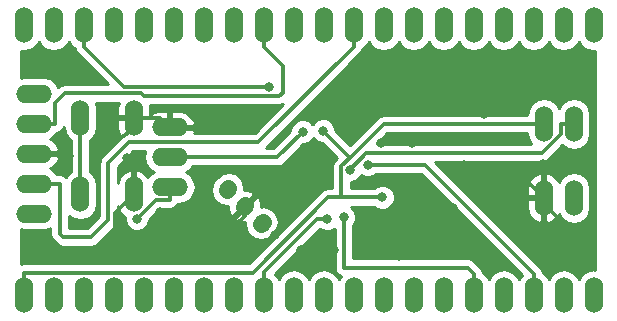
<source format=gbl>
G04 #@! TF.FileFunction,Copper,L2,Bot,Signal*
%FSLAX46Y46*%
G04 Gerber Fmt 4.6, Leading zero omitted, Abs format (unit mm)*
G04 Created by KiCad (PCBNEW 4.0.1-stable) date 2016/11/05 8:31:47*
%MOMM*%
G01*
G04 APERTURE LIST*
%ADD10C,0.100000*%
%ADD11C,1.400000*%
%ADD12O,1.524000X3.048000*%
%ADD13O,3.048000X1.524000*%
%ADD14C,0.800000*%
%ADD15C,0.300000*%
%ADD16C,0.254000*%
G04 APERTURE END LIST*
D10*
D11*
X140383238Y-130074660D02*
X140524660Y-129933238D01*
X141825736Y-131517158D02*
X141967158Y-131375736D01*
X143268233Y-132959655D02*
X143409655Y-132818233D01*
D12*
X123190000Y-139000000D03*
X125730000Y-139000000D03*
X128270000Y-139000000D03*
X130810000Y-139000000D03*
X133350000Y-139000000D03*
X135890000Y-139000000D03*
X138430000Y-139000000D03*
X140970000Y-139000000D03*
X143510000Y-139000000D03*
X146050000Y-139000000D03*
X148590000Y-139000000D03*
X151130000Y-139000000D03*
X153670000Y-139000000D03*
X156210000Y-139000000D03*
X158750000Y-139000000D03*
X161290000Y-139000000D03*
X163830000Y-139000000D03*
X166370000Y-139000000D03*
X168910000Y-139000000D03*
X171450000Y-139000000D03*
X123190000Y-116140000D03*
X125730000Y-116140000D03*
X128270000Y-116140000D03*
X130810000Y-116140000D03*
X133350000Y-116140000D03*
X135890000Y-116140000D03*
X138430000Y-116140000D03*
X140970000Y-116140000D03*
X143510000Y-116140000D03*
X146050000Y-116140000D03*
X148590000Y-116140000D03*
X151130000Y-116140000D03*
X153670000Y-116140000D03*
X156210000Y-116140000D03*
X158750000Y-116140000D03*
X161290000Y-116140000D03*
X163830000Y-116140000D03*
X166370000Y-116140000D03*
X168910000Y-116140000D03*
X171450000Y-116140000D03*
D13*
X135550000Y-129840000D03*
X135550000Y-127300000D03*
X135550000Y-124760000D03*
D12*
X167230000Y-124500000D03*
X169770000Y-124500000D03*
X167230000Y-130750000D03*
X169770000Y-130750000D03*
X127989400Y-130451200D03*
X127989400Y-123948800D03*
X132510600Y-130451200D03*
X132510600Y-123948800D03*
D13*
X124050000Y-121920000D03*
X124050000Y-124460000D03*
X124050000Y-127000000D03*
X124050000Y-129540000D03*
X124050000Y-132080000D03*
D14*
X170200000Y-134200000D03*
X161900000Y-134400000D03*
X162150000Y-123650000D03*
X170450000Y-121450000D03*
X161750000Y-125900000D03*
X143550000Y-129900000D03*
X137150000Y-135300000D03*
X137850000Y-128850000D03*
X134700000Y-131950000D03*
X124400000Y-134450000D03*
X132100000Y-135750000D03*
X134750000Y-135450000D03*
X139650000Y-135550000D03*
X131950000Y-127400000D03*
X154950000Y-135700000D03*
X156050000Y-126100000D03*
X153450000Y-126100000D03*
X150750000Y-124000000D03*
X147850000Y-127200000D03*
X127650000Y-120200000D03*
X151550000Y-135200000D03*
X149450000Y-135200000D03*
X144450000Y-133900000D03*
X146650000Y-135200000D03*
X139950000Y-123600000D03*
X126950000Y-135700000D03*
X127050000Y-127200000D03*
X129150000Y-127200000D03*
X160450000Y-128000000D03*
X157350000Y-134100000D03*
X159550000Y-131600000D03*
X167150000Y-127900000D03*
X153556200Y-130702400D03*
X148535400Y-125054200D03*
X150798700Y-128365700D03*
X132774700Y-132532200D03*
X146802100Y-125135200D03*
X148877600Y-132529200D03*
X150312800Y-132381100D03*
X152333200Y-127962300D03*
X143916800Y-121347900D03*
D15*
X167230000Y-130750000D02*
X167230000Y-131230000D01*
X167230000Y-131230000D02*
X170200000Y-134200000D01*
X162150000Y-123650000D02*
X162150000Y-123500000D01*
X164200000Y-121450000D02*
X170450000Y-121450000D01*
X162150000Y-123500000D02*
X164200000Y-121450000D01*
X141896447Y-131446447D02*
X142003553Y-131446447D01*
X142003553Y-131446447D02*
X143550000Y-129900000D01*
X137150000Y-135300000D02*
X137150000Y-133050000D01*
X137150000Y-134300000D02*
X137150000Y-135300000D01*
X137850000Y-132350000D02*
X137850000Y-128850000D01*
X137150000Y-133050000D02*
X137850000Y-132350000D01*
X134750000Y-135450000D02*
X134750000Y-132000000D01*
X134750000Y-132000000D02*
X134700000Y-131950000D01*
X126950000Y-135700000D02*
X125650000Y-135700000D01*
X125650000Y-135700000D02*
X124400000Y-134450000D01*
X132750000Y-134300000D02*
X132750000Y-135100000D01*
X132750000Y-135100000D02*
X132100000Y-135750000D01*
X134800000Y-134300000D02*
X134800000Y-135400000D01*
X134800000Y-135400000D02*
X134750000Y-135450000D01*
X139850000Y-134300000D02*
X139850000Y-135350000D01*
X139850000Y-135350000D02*
X139650000Y-135550000D01*
X132510600Y-127960600D02*
X132510600Y-130451200D01*
X131950000Y-127400000D02*
X132510600Y-127960600D01*
X154750000Y-135300000D02*
X154750000Y-135500000D01*
X154750000Y-135500000D02*
X154950000Y-135700000D01*
X156050000Y-126100000D02*
X153450000Y-126100000D01*
X146950000Y-135200000D02*
X146650000Y-135200000D01*
X151650000Y-135300000D02*
X151550000Y-135200000D01*
X149450000Y-135200000D02*
X146950000Y-135200000D01*
X154850000Y-135300000D02*
X154750000Y-135300000D01*
X154750000Y-135300000D02*
X151650000Y-135300000D01*
X141550000Y-136000000D02*
X139850000Y-134300000D01*
X142350000Y-136000000D02*
X141550000Y-136000000D01*
X144450000Y-133900000D02*
X142350000Y-136000000D01*
X157350000Y-134100000D02*
X156050000Y-134100000D01*
X154850000Y-135300000D02*
X154850000Y-135400000D01*
X156050000Y-134100000D02*
X154850000Y-135300000D01*
X135550000Y-124760000D02*
X138790000Y-124760000D01*
X138790000Y-124760000D02*
X139950000Y-123600000D01*
X132510600Y-123948800D02*
X134738800Y-123948800D01*
X134738800Y-123948800D02*
X135550000Y-124760000D01*
X130950000Y-134200000D02*
X130350000Y-134200000D01*
X128850000Y-135700000D02*
X126950000Y-135700000D01*
X130350000Y-134200000D02*
X128850000Y-135700000D01*
X124050000Y-127000000D02*
X125550000Y-127000000D01*
X125550000Y-127000000D02*
X127050000Y-127200000D01*
X129150000Y-127200000D02*
X132510600Y-124939400D01*
X132510600Y-124939400D02*
X132510600Y-123948800D01*
X141896447Y-131446447D02*
X141896447Y-132253553D01*
X141896447Y-132253553D02*
X139850000Y-134300000D01*
X130950000Y-132011800D02*
X132510600Y-130451200D01*
X130950000Y-134200000D02*
X130950000Y-132011800D01*
X130850000Y-134300000D02*
X130950000Y-134200000D01*
X139850000Y-134300000D02*
X137150000Y-134300000D01*
X137150000Y-134300000D02*
X134800000Y-134300000D01*
X134800000Y-134300000D02*
X132750000Y-134300000D01*
X132750000Y-134300000D02*
X130850000Y-134300000D01*
X166180000Y-129700000D02*
X167230000Y-130750000D01*
X162150000Y-129700000D02*
X166180000Y-129700000D01*
X160450000Y-128000000D02*
X162150000Y-129700000D01*
X157350000Y-133800000D02*
X157350000Y-134100000D01*
X159550000Y-131600000D02*
X157350000Y-133800000D01*
X167230000Y-130750000D02*
X167230000Y-127980000D01*
X167230000Y-127980000D02*
X167150000Y-127900000D01*
X127989400Y-123948800D02*
X127989400Y-125775500D01*
X127989400Y-130451200D02*
X127989400Y-128624500D01*
X127989400Y-125775500D02*
X127989400Y-128624500D01*
X123190000Y-139000000D02*
X123190000Y-137073300D01*
X150079400Y-130702400D02*
X153556200Y-130702400D01*
X148535400Y-125054200D02*
X150821100Y-127339800D01*
X150079400Y-128081500D02*
X150821100Y-127339800D01*
X150079400Y-130702400D02*
X150079400Y-128081500D01*
X153660900Y-124500000D02*
X167230000Y-124500000D01*
X150821100Y-127339800D02*
X153660900Y-124500000D01*
X148943000Y-130702400D02*
X150079400Y-130702400D01*
X142572100Y-137073300D02*
X148943000Y-130702400D01*
X123190000Y-137073300D02*
X142572100Y-137073300D01*
X152211100Y-126953300D02*
X150798700Y-128365700D01*
X167050500Y-126953300D02*
X152211100Y-126953300D01*
X168705300Y-125298500D02*
X167050500Y-126953300D01*
X168705300Y-124500000D02*
X168705300Y-125298500D01*
X169770000Y-124500000D02*
X168705300Y-124500000D01*
X127698000Y-121900000D02*
X126650000Y-121900000D01*
X133364300Y-122114300D02*
X133150000Y-121900000D01*
X133150000Y-121900000D02*
X127698000Y-121900000D01*
X124050000Y-124460000D02*
X125876700Y-124460000D01*
X125876700Y-124460000D02*
X125876700Y-123721300D01*
X133364300Y-122114300D02*
X133750000Y-122114300D01*
X125876700Y-122673300D02*
X125876700Y-123721300D01*
X126650000Y-121900000D02*
X125876700Y-122673300D01*
X143510000Y-116140000D02*
X143510000Y-117966700D01*
X145119500Y-119576200D02*
X143510000Y-117966700D01*
X145119500Y-121841800D02*
X145119500Y-119576200D01*
X144847000Y-122114300D02*
X145119500Y-121841800D01*
X133850000Y-122114300D02*
X133750000Y-122114300D01*
X133750000Y-122114300D02*
X144847000Y-122114300D01*
X143066700Y-126030000D02*
X151130000Y-117966700D01*
X132099800Y-126030000D02*
X143066700Y-126030000D01*
X130360000Y-127769800D02*
X132099800Y-126030000D01*
X130360000Y-132629600D02*
X130360000Y-127769800D01*
X128898100Y-134091500D02*
X130360000Y-132629600D01*
X126524200Y-134091500D02*
X128898100Y-134091500D01*
X126226700Y-133794000D02*
X126524200Y-134091500D01*
X126226700Y-129540000D02*
X126226700Y-133794000D01*
X124050000Y-129540000D02*
X126226700Y-129540000D01*
X151130000Y-116140000D02*
X151130000Y-117966700D01*
X134402200Y-130904700D02*
X132774700Y-132532200D01*
X135550000Y-130904700D02*
X134402200Y-130904700D01*
X135550000Y-129840000D02*
X135550000Y-130904700D01*
X144637300Y-127300000D02*
X135550000Y-127300000D01*
X146802100Y-125135200D02*
X144637300Y-127300000D01*
X148877600Y-132529200D02*
X148020800Y-132529200D01*
X143510000Y-137040000D02*
X143510000Y-139000000D01*
X148020800Y-132529200D02*
X143510000Y-137040000D01*
X143510000Y-139000000D02*
X143510000Y-137173300D01*
X150312800Y-136662800D02*
X160779500Y-136662800D01*
X161290000Y-139000000D02*
X161290000Y-137173300D01*
X150312800Y-132381100D02*
X150312800Y-136662800D01*
X160779500Y-136662800D02*
X161290000Y-137173300D01*
X166370000Y-139000000D02*
X166370000Y-137173300D01*
X157159000Y-127962300D02*
X152333200Y-127962300D01*
X166370000Y-137173300D02*
X157159000Y-127962300D01*
X128270000Y-116140000D02*
X128270000Y-117966700D01*
X131651200Y-121347900D02*
X143916800Y-121347900D01*
X128270000Y-117966700D02*
X131651200Y-121347900D01*
D16*
G36*
X149527800Y-136662800D02*
X149587555Y-136963206D01*
X149757721Y-137217879D01*
X150012394Y-137388045D01*
X150020684Y-137389694D01*
X149860000Y-137630174D01*
X149577828Y-137207875D01*
X149124609Y-136905043D01*
X148590000Y-136798703D01*
X148055391Y-136905043D01*
X147602172Y-137207875D01*
X147320000Y-137630174D01*
X147037828Y-137207875D01*
X146584609Y-136905043D01*
X146050000Y-136798703D01*
X145515391Y-136905043D01*
X145062172Y-137207875D01*
X144780000Y-137630174D01*
X144497828Y-137207875D01*
X144470526Y-137189632D01*
X148272312Y-133387845D01*
X148290554Y-133406119D01*
X148670823Y-133564020D01*
X149082571Y-133564379D01*
X149463115Y-133407142D01*
X149527800Y-133342570D01*
X149527800Y-136662800D01*
X149527800Y-136662800D01*
G37*
X149527800Y-136662800D02*
X149587555Y-136963206D01*
X149757721Y-137217879D01*
X150012394Y-137388045D01*
X150020684Y-137389694D01*
X149860000Y-137630174D01*
X149577828Y-137207875D01*
X149124609Y-136905043D01*
X148590000Y-136798703D01*
X148055391Y-136905043D01*
X147602172Y-137207875D01*
X147320000Y-137630174D01*
X147037828Y-137207875D01*
X146584609Y-136905043D01*
X146050000Y-136798703D01*
X145515391Y-136905043D01*
X145062172Y-137207875D01*
X144780000Y-137630174D01*
X144497828Y-137207875D01*
X144470526Y-137189632D01*
X148272312Y-133387845D01*
X148290554Y-133406119D01*
X148670823Y-133564020D01*
X149082571Y-133564379D01*
X149463115Y-133407142D01*
X149527800Y-133342570D01*
X149527800Y-136662800D01*
G36*
X165347022Y-137260480D02*
X165100000Y-137630174D01*
X164817828Y-137207875D01*
X164364609Y-136905043D01*
X163830000Y-136798703D01*
X163295391Y-136905043D01*
X162842172Y-137207875D01*
X162560000Y-137630174D01*
X162277828Y-137207875D01*
X162051841Y-137056875D01*
X162020386Y-136898740D01*
X162015245Y-136872893D01*
X161845079Y-136618221D01*
X161334579Y-136107721D01*
X161079907Y-135937555D01*
X160779500Y-135877800D01*
X151097800Y-135877800D01*
X151097800Y-133059905D01*
X151189719Y-132968146D01*
X151347620Y-132587877D01*
X151347979Y-132176129D01*
X151190742Y-131795585D01*
X150899846Y-131504181D01*
X150859433Y-131487400D01*
X152877395Y-131487400D01*
X152969154Y-131579319D01*
X153349423Y-131737220D01*
X153761171Y-131737579D01*
X154141715Y-131580342D01*
X154433119Y-131289446D01*
X154591020Y-130909177D01*
X154591379Y-130497429D01*
X154434142Y-130116885D01*
X154143246Y-129825481D01*
X153762977Y-129667580D01*
X153351229Y-129667221D01*
X152970685Y-129824458D01*
X152877581Y-129917400D01*
X150864400Y-129917400D01*
X150864400Y-129400758D01*
X151003671Y-129400879D01*
X151384215Y-129243642D01*
X151675619Y-128952746D01*
X151729632Y-128822668D01*
X151746154Y-128839219D01*
X152126423Y-128997120D01*
X152538171Y-128997479D01*
X152918715Y-128840242D01*
X153011819Y-128747300D01*
X156833842Y-128747300D01*
X165347022Y-137260480D01*
X165347022Y-137260480D01*
G37*
X165347022Y-137260480D02*
X165100000Y-137630174D01*
X164817828Y-137207875D01*
X164364609Y-136905043D01*
X163830000Y-136798703D01*
X163295391Y-136905043D01*
X162842172Y-137207875D01*
X162560000Y-137630174D01*
X162277828Y-137207875D01*
X162051841Y-137056875D01*
X162020386Y-136898740D01*
X162015245Y-136872893D01*
X161845079Y-136618221D01*
X161334579Y-136107721D01*
X161079907Y-135937555D01*
X160779500Y-135877800D01*
X151097800Y-135877800D01*
X151097800Y-133059905D01*
X151189719Y-132968146D01*
X151347620Y-132587877D01*
X151347979Y-132176129D01*
X151190742Y-131795585D01*
X150899846Y-131504181D01*
X150859433Y-131487400D01*
X152877395Y-131487400D01*
X152969154Y-131579319D01*
X153349423Y-131737220D01*
X153761171Y-131737579D01*
X154141715Y-131580342D01*
X154433119Y-131289446D01*
X154591020Y-130909177D01*
X154591379Y-130497429D01*
X154434142Y-130116885D01*
X154143246Y-129825481D01*
X153762977Y-129667580D01*
X153351229Y-129667221D01*
X152970685Y-129824458D01*
X152877581Y-129917400D01*
X150864400Y-129917400D01*
X150864400Y-129400758D01*
X151003671Y-129400879D01*
X151384215Y-129243642D01*
X151675619Y-128952746D01*
X151729632Y-128822668D01*
X151746154Y-128839219D01*
X152126423Y-128997120D01*
X152538171Y-128997479D01*
X152918715Y-128840242D01*
X153011819Y-128747300D01*
X156833842Y-128747300D01*
X165347022Y-137260480D01*
G36*
X170462172Y-117932125D02*
X170915391Y-118234957D01*
X171450000Y-118341297D01*
X171540000Y-118323395D01*
X171540000Y-136816605D01*
X171450000Y-136798703D01*
X170915391Y-136905043D01*
X170462172Y-137207875D01*
X170180000Y-137630174D01*
X169897828Y-137207875D01*
X169444609Y-136905043D01*
X168910000Y-136798703D01*
X168375391Y-136905043D01*
X167922172Y-137207875D01*
X167640000Y-137630174D01*
X167357828Y-137207875D01*
X167131841Y-137056875D01*
X167100386Y-136898740D01*
X167095245Y-136872893D01*
X166925079Y-136618221D01*
X161183858Y-130877000D01*
X165833000Y-130877000D01*
X165833000Y-131639000D01*
X165987941Y-132163941D01*
X166331974Y-132589630D01*
X166812723Y-132851260D01*
X166886930Y-132866220D01*
X167103000Y-132743720D01*
X167103000Y-130877000D01*
X165833000Y-130877000D01*
X161183858Y-130877000D01*
X160167858Y-129861000D01*
X165833000Y-129861000D01*
X165833000Y-130623000D01*
X167103000Y-130623000D01*
X167103000Y-128756280D01*
X167357000Y-128756280D01*
X167357000Y-130623000D01*
X167377000Y-130623000D01*
X167377000Y-130877000D01*
X167357000Y-130877000D01*
X167357000Y-132743720D01*
X167573070Y-132866220D01*
X167647277Y-132851260D01*
X168128026Y-132589630D01*
X168472059Y-132163941D01*
X168489651Y-132104338D01*
X168782172Y-132542125D01*
X169235391Y-132844957D01*
X169770000Y-132951297D01*
X170304609Y-132844957D01*
X170757828Y-132542125D01*
X171060660Y-132088906D01*
X171167000Y-131554297D01*
X171167000Y-129945703D01*
X171060660Y-129411094D01*
X170757828Y-128957875D01*
X170304609Y-128655043D01*
X169770000Y-128548703D01*
X169235391Y-128655043D01*
X168782172Y-128957875D01*
X168489651Y-129395662D01*
X168472059Y-129336059D01*
X168128026Y-128910370D01*
X167647277Y-128648740D01*
X167573070Y-128633780D01*
X167357000Y-128756280D01*
X167103000Y-128756280D01*
X166886930Y-128633780D01*
X166812723Y-128648740D01*
X166331974Y-128910370D01*
X165987941Y-129336059D01*
X165833000Y-129861000D01*
X160167858Y-129861000D01*
X158045158Y-127738300D01*
X167050500Y-127738300D01*
X167350907Y-127678545D01*
X167605579Y-127508379D01*
X168805947Y-126308011D01*
X169235391Y-126594957D01*
X169770000Y-126701297D01*
X170304609Y-126594957D01*
X170757828Y-126292125D01*
X171060660Y-125838906D01*
X171167000Y-125304297D01*
X171167000Y-123695703D01*
X171060660Y-123161094D01*
X170757828Y-122707875D01*
X170304609Y-122405043D01*
X169770000Y-122298703D01*
X169235391Y-122405043D01*
X168782172Y-122707875D01*
X168500000Y-123130174D01*
X168217828Y-122707875D01*
X167764609Y-122405043D01*
X167230000Y-122298703D01*
X166695391Y-122405043D01*
X166242172Y-122707875D01*
X165939340Y-123161094D01*
X165833000Y-123695703D01*
X165833000Y-123715000D01*
X153660900Y-123715000D01*
X153360494Y-123774755D01*
X153105821Y-123944921D01*
X150821088Y-126229654D01*
X149570466Y-124979087D01*
X149570579Y-124849229D01*
X149413342Y-124468685D01*
X149122446Y-124177281D01*
X148742177Y-124019380D01*
X148330429Y-124019021D01*
X147949885Y-124176258D01*
X147658481Y-124467154D01*
X147640612Y-124510187D01*
X147389146Y-124258281D01*
X147008877Y-124100380D01*
X146597129Y-124100021D01*
X146216585Y-124257258D01*
X145925181Y-124548154D01*
X145767280Y-124928423D01*
X145767165Y-125059977D01*
X144312142Y-126515000D01*
X143691858Y-126515000D01*
X151685079Y-118521779D01*
X151855245Y-118267107D01*
X151891842Y-118083125D01*
X152117828Y-117932125D01*
X152400000Y-117509826D01*
X152682172Y-117932125D01*
X153135391Y-118234957D01*
X153670000Y-118341297D01*
X154204609Y-118234957D01*
X154657828Y-117932125D01*
X154940000Y-117509826D01*
X155222172Y-117932125D01*
X155675391Y-118234957D01*
X156210000Y-118341297D01*
X156744609Y-118234957D01*
X157197828Y-117932125D01*
X157480000Y-117509826D01*
X157762172Y-117932125D01*
X158215391Y-118234957D01*
X158750000Y-118341297D01*
X159284609Y-118234957D01*
X159737828Y-117932125D01*
X160020000Y-117509826D01*
X160302172Y-117932125D01*
X160755391Y-118234957D01*
X161290000Y-118341297D01*
X161824609Y-118234957D01*
X162277828Y-117932125D01*
X162560000Y-117509826D01*
X162842172Y-117932125D01*
X163295391Y-118234957D01*
X163830000Y-118341297D01*
X164364609Y-118234957D01*
X164817828Y-117932125D01*
X165100000Y-117509826D01*
X165382172Y-117932125D01*
X165835391Y-118234957D01*
X166370000Y-118341297D01*
X166904609Y-118234957D01*
X167357828Y-117932125D01*
X167640000Y-117509826D01*
X167922172Y-117932125D01*
X168375391Y-118234957D01*
X168910000Y-118341297D01*
X169444609Y-118234957D01*
X169897828Y-117932125D01*
X170180000Y-117509826D01*
X170462172Y-117932125D01*
X170462172Y-117932125D01*
G37*
X170462172Y-117932125D02*
X170915391Y-118234957D01*
X171450000Y-118341297D01*
X171540000Y-118323395D01*
X171540000Y-136816605D01*
X171450000Y-136798703D01*
X170915391Y-136905043D01*
X170462172Y-137207875D01*
X170180000Y-137630174D01*
X169897828Y-137207875D01*
X169444609Y-136905043D01*
X168910000Y-136798703D01*
X168375391Y-136905043D01*
X167922172Y-137207875D01*
X167640000Y-137630174D01*
X167357828Y-137207875D01*
X167131841Y-137056875D01*
X167100386Y-136898740D01*
X167095245Y-136872893D01*
X166925079Y-136618221D01*
X161183858Y-130877000D01*
X165833000Y-130877000D01*
X165833000Y-131639000D01*
X165987941Y-132163941D01*
X166331974Y-132589630D01*
X166812723Y-132851260D01*
X166886930Y-132866220D01*
X167103000Y-132743720D01*
X167103000Y-130877000D01*
X165833000Y-130877000D01*
X161183858Y-130877000D01*
X160167858Y-129861000D01*
X165833000Y-129861000D01*
X165833000Y-130623000D01*
X167103000Y-130623000D01*
X167103000Y-128756280D01*
X167357000Y-128756280D01*
X167357000Y-130623000D01*
X167377000Y-130623000D01*
X167377000Y-130877000D01*
X167357000Y-130877000D01*
X167357000Y-132743720D01*
X167573070Y-132866220D01*
X167647277Y-132851260D01*
X168128026Y-132589630D01*
X168472059Y-132163941D01*
X168489651Y-132104338D01*
X168782172Y-132542125D01*
X169235391Y-132844957D01*
X169770000Y-132951297D01*
X170304609Y-132844957D01*
X170757828Y-132542125D01*
X171060660Y-132088906D01*
X171167000Y-131554297D01*
X171167000Y-129945703D01*
X171060660Y-129411094D01*
X170757828Y-128957875D01*
X170304609Y-128655043D01*
X169770000Y-128548703D01*
X169235391Y-128655043D01*
X168782172Y-128957875D01*
X168489651Y-129395662D01*
X168472059Y-129336059D01*
X168128026Y-128910370D01*
X167647277Y-128648740D01*
X167573070Y-128633780D01*
X167357000Y-128756280D01*
X167103000Y-128756280D01*
X166886930Y-128633780D01*
X166812723Y-128648740D01*
X166331974Y-128910370D01*
X165987941Y-129336059D01*
X165833000Y-129861000D01*
X160167858Y-129861000D01*
X158045158Y-127738300D01*
X167050500Y-127738300D01*
X167350907Y-127678545D01*
X167605579Y-127508379D01*
X168805947Y-126308011D01*
X169235391Y-126594957D01*
X169770000Y-126701297D01*
X170304609Y-126594957D01*
X170757828Y-126292125D01*
X171060660Y-125838906D01*
X171167000Y-125304297D01*
X171167000Y-123695703D01*
X171060660Y-123161094D01*
X170757828Y-122707875D01*
X170304609Y-122405043D01*
X169770000Y-122298703D01*
X169235391Y-122405043D01*
X168782172Y-122707875D01*
X168500000Y-123130174D01*
X168217828Y-122707875D01*
X167764609Y-122405043D01*
X167230000Y-122298703D01*
X166695391Y-122405043D01*
X166242172Y-122707875D01*
X165939340Y-123161094D01*
X165833000Y-123695703D01*
X165833000Y-123715000D01*
X153660900Y-123715000D01*
X153360494Y-123774755D01*
X153105821Y-123944921D01*
X150821088Y-126229654D01*
X149570466Y-124979087D01*
X149570579Y-124849229D01*
X149413342Y-124468685D01*
X149122446Y-124177281D01*
X148742177Y-124019380D01*
X148330429Y-124019021D01*
X147949885Y-124176258D01*
X147658481Y-124467154D01*
X147640612Y-124510187D01*
X147389146Y-124258281D01*
X147008877Y-124100380D01*
X146597129Y-124100021D01*
X146216585Y-124257258D01*
X145925181Y-124548154D01*
X145767280Y-124928423D01*
X145767165Y-125059977D01*
X144312142Y-126515000D01*
X143691858Y-126515000D01*
X151685079Y-118521779D01*
X151855245Y-118267107D01*
X151891842Y-118083125D01*
X152117828Y-117932125D01*
X152400000Y-117509826D01*
X152682172Y-117932125D01*
X153135391Y-118234957D01*
X153670000Y-118341297D01*
X154204609Y-118234957D01*
X154657828Y-117932125D01*
X154940000Y-117509826D01*
X155222172Y-117932125D01*
X155675391Y-118234957D01*
X156210000Y-118341297D01*
X156744609Y-118234957D01*
X157197828Y-117932125D01*
X157480000Y-117509826D01*
X157762172Y-117932125D01*
X158215391Y-118234957D01*
X158750000Y-118341297D01*
X159284609Y-118234957D01*
X159737828Y-117932125D01*
X160020000Y-117509826D01*
X160302172Y-117932125D01*
X160755391Y-118234957D01*
X161290000Y-118341297D01*
X161824609Y-118234957D01*
X162277828Y-117932125D01*
X162560000Y-117509826D01*
X162842172Y-117932125D01*
X163295391Y-118234957D01*
X163830000Y-118341297D01*
X164364609Y-118234957D01*
X164817828Y-117932125D01*
X165100000Y-117509826D01*
X165382172Y-117932125D01*
X165835391Y-118234957D01*
X166370000Y-118341297D01*
X166904609Y-118234957D01*
X167357828Y-117932125D01*
X167640000Y-117509826D01*
X167922172Y-117932125D01*
X168375391Y-118234957D01*
X168910000Y-118341297D01*
X169444609Y-118234957D01*
X169897828Y-117932125D01*
X170180000Y-117509826D01*
X170462172Y-117932125D01*
G36*
X147948354Y-125931119D02*
X148328623Y-126089020D01*
X148460198Y-126089135D01*
X149710930Y-127339812D01*
X149524321Y-127526421D01*
X149354155Y-127781093D01*
X149305590Y-128025245D01*
X149294400Y-128081500D01*
X149294400Y-129917400D01*
X148943000Y-129917400D01*
X148642593Y-129977155D01*
X148387921Y-130147321D01*
X142246942Y-136288300D01*
X123190000Y-136288300D01*
X122960000Y-136334050D01*
X122960000Y-133420170D01*
X123245703Y-133477000D01*
X124854297Y-133477000D01*
X125388906Y-133370660D01*
X125441700Y-133335384D01*
X125441700Y-133794000D01*
X125501455Y-134094407D01*
X125671621Y-134349079D01*
X125969119Y-134646576D01*
X125969121Y-134646579D01*
X126223794Y-134816745D01*
X126524200Y-134876501D01*
X126524205Y-134876500D01*
X128898100Y-134876500D01*
X129198507Y-134816745D01*
X129453179Y-134646579D01*
X130915079Y-133184679D01*
X131085245Y-132930006D01*
X131145000Y-132629600D01*
X131145000Y-131446583D01*
X131268541Y-131865141D01*
X131612574Y-132290830D01*
X131739850Y-132360095D01*
X131739521Y-132737171D01*
X131896758Y-133117715D01*
X132187654Y-133409119D01*
X132567923Y-133567020D01*
X132979671Y-133567379D01*
X133360215Y-133410142D01*
X133651619Y-133119246D01*
X133809520Y-132738977D01*
X133809635Y-132607423D01*
X133983225Y-132433833D01*
X141088667Y-132433833D01*
X141147347Y-132666945D01*
X141590429Y-132830230D01*
X141944392Y-132823494D01*
X141913353Y-132979534D01*
X142014975Y-133490417D01*
X142304366Y-133923522D01*
X142737471Y-134212913D01*
X143248354Y-134314535D01*
X143759237Y-134212913D01*
X144192342Y-133923522D01*
X144373521Y-133742342D01*
X144662913Y-133309237D01*
X144764534Y-132798354D01*
X144662913Y-132287472D01*
X144373521Y-131854367D01*
X143940416Y-131564975D01*
X143429534Y-131463354D01*
X143273494Y-131494392D01*
X143280230Y-131140429D01*
X143116945Y-130697347D01*
X142883833Y-130638667D01*
X142076052Y-131446447D01*
X142090195Y-131460590D01*
X141910590Y-131640195D01*
X141896447Y-131626052D01*
X141088667Y-132433833D01*
X133983225Y-132433833D01*
X134727358Y-131689700D01*
X135550000Y-131689700D01*
X135850406Y-131629945D01*
X136105079Y-131459779D01*
X136253934Y-131237000D01*
X136354297Y-131237000D01*
X136888906Y-131130660D01*
X137342125Y-130827828D01*
X137644957Y-130374609D01*
X137700666Y-130094539D01*
X139028358Y-130094539D01*
X139129980Y-130605422D01*
X139419371Y-131038527D01*
X139852476Y-131327918D01*
X140363359Y-131429540D01*
X140519400Y-131398501D01*
X140512664Y-131752465D01*
X140675949Y-132195547D01*
X140909061Y-132254227D01*
X141716842Y-131446447D01*
X141702700Y-131432305D01*
X141882305Y-131252700D01*
X141896447Y-131266842D01*
X142704227Y-130459061D01*
X142645547Y-130225949D01*
X142202465Y-130062664D01*
X141848501Y-130069400D01*
X141879539Y-129913359D01*
X141777918Y-129402477D01*
X141488526Y-128969372D01*
X141055421Y-128679980D01*
X140544539Y-128578359D01*
X140033656Y-128679980D01*
X139600551Y-128969372D01*
X139419371Y-129150551D01*
X139129980Y-129583656D01*
X139028358Y-130094539D01*
X137700666Y-130094539D01*
X137751297Y-129840000D01*
X137644957Y-129305391D01*
X137342125Y-128852172D01*
X136919826Y-128570000D01*
X137342125Y-128287828D01*
X137477651Y-128085000D01*
X144637300Y-128085000D01*
X144937707Y-128025245D01*
X145192379Y-127855079D01*
X146877191Y-126170266D01*
X147007071Y-126170379D01*
X147387615Y-126013142D01*
X147679019Y-125722246D01*
X147696888Y-125679213D01*
X147948354Y-125931119D01*
X147948354Y-125931119D01*
G37*
X147948354Y-125931119D02*
X148328623Y-126089020D01*
X148460198Y-126089135D01*
X149710930Y-127339812D01*
X149524321Y-127526421D01*
X149354155Y-127781093D01*
X149305590Y-128025245D01*
X149294400Y-128081500D01*
X149294400Y-129917400D01*
X148943000Y-129917400D01*
X148642593Y-129977155D01*
X148387921Y-130147321D01*
X142246942Y-136288300D01*
X123190000Y-136288300D01*
X122960000Y-136334050D01*
X122960000Y-133420170D01*
X123245703Y-133477000D01*
X124854297Y-133477000D01*
X125388906Y-133370660D01*
X125441700Y-133335384D01*
X125441700Y-133794000D01*
X125501455Y-134094407D01*
X125671621Y-134349079D01*
X125969119Y-134646576D01*
X125969121Y-134646579D01*
X126223794Y-134816745D01*
X126524200Y-134876501D01*
X126524205Y-134876500D01*
X128898100Y-134876500D01*
X129198507Y-134816745D01*
X129453179Y-134646579D01*
X130915079Y-133184679D01*
X131085245Y-132930006D01*
X131145000Y-132629600D01*
X131145000Y-131446583D01*
X131268541Y-131865141D01*
X131612574Y-132290830D01*
X131739850Y-132360095D01*
X131739521Y-132737171D01*
X131896758Y-133117715D01*
X132187654Y-133409119D01*
X132567923Y-133567020D01*
X132979671Y-133567379D01*
X133360215Y-133410142D01*
X133651619Y-133119246D01*
X133809520Y-132738977D01*
X133809635Y-132607423D01*
X133983225Y-132433833D01*
X141088667Y-132433833D01*
X141147347Y-132666945D01*
X141590429Y-132830230D01*
X141944392Y-132823494D01*
X141913353Y-132979534D01*
X142014975Y-133490417D01*
X142304366Y-133923522D01*
X142737471Y-134212913D01*
X143248354Y-134314535D01*
X143759237Y-134212913D01*
X144192342Y-133923522D01*
X144373521Y-133742342D01*
X144662913Y-133309237D01*
X144764534Y-132798354D01*
X144662913Y-132287472D01*
X144373521Y-131854367D01*
X143940416Y-131564975D01*
X143429534Y-131463354D01*
X143273494Y-131494392D01*
X143280230Y-131140429D01*
X143116945Y-130697347D01*
X142883833Y-130638667D01*
X142076052Y-131446447D01*
X142090195Y-131460590D01*
X141910590Y-131640195D01*
X141896447Y-131626052D01*
X141088667Y-132433833D01*
X133983225Y-132433833D01*
X134727358Y-131689700D01*
X135550000Y-131689700D01*
X135850406Y-131629945D01*
X136105079Y-131459779D01*
X136253934Y-131237000D01*
X136354297Y-131237000D01*
X136888906Y-131130660D01*
X137342125Y-130827828D01*
X137644957Y-130374609D01*
X137700666Y-130094539D01*
X139028358Y-130094539D01*
X139129980Y-130605422D01*
X139419371Y-131038527D01*
X139852476Y-131327918D01*
X140363359Y-131429540D01*
X140519400Y-131398501D01*
X140512664Y-131752465D01*
X140675949Y-132195547D01*
X140909061Y-132254227D01*
X141716842Y-131446447D01*
X141702700Y-131432305D01*
X141882305Y-131252700D01*
X141896447Y-131266842D01*
X142704227Y-130459061D01*
X142645547Y-130225949D01*
X142202465Y-130062664D01*
X141848501Y-130069400D01*
X141879539Y-129913359D01*
X141777918Y-129402477D01*
X141488526Y-128969372D01*
X141055421Y-128679980D01*
X140544539Y-128578359D01*
X140033656Y-128679980D01*
X139600551Y-128969372D01*
X139419371Y-129150551D01*
X139129980Y-129583656D01*
X139028358Y-130094539D01*
X137700666Y-130094539D01*
X137751297Y-129840000D01*
X137644957Y-129305391D01*
X137342125Y-128852172D01*
X136919826Y-128570000D01*
X137342125Y-128287828D01*
X137477651Y-128085000D01*
X144637300Y-128085000D01*
X144937707Y-128025245D01*
X145192379Y-127855079D01*
X146877191Y-126170266D01*
X147007071Y-126170379D01*
X147387615Y-126013142D01*
X147679019Y-125722246D01*
X147696888Y-125679213D01*
X147948354Y-125931119D01*
G36*
X131113600Y-123059800D02*
X131113600Y-123821800D01*
X132383600Y-123821800D01*
X132383600Y-123801800D01*
X132637600Y-123801800D01*
X132637600Y-123821800D01*
X132657600Y-123821800D01*
X132657600Y-124075800D01*
X132637600Y-124075800D01*
X132637600Y-124095800D01*
X132383600Y-124095800D01*
X132383600Y-124075800D01*
X131113600Y-124075800D01*
X131113600Y-124837800D01*
X131268541Y-125362741D01*
X131442121Y-125577521D01*
X129804921Y-127214721D01*
X129634755Y-127469393D01*
X129608695Y-127600406D01*
X129575000Y-127769800D01*
X129575000Y-132304442D01*
X128572942Y-133306500D01*
X127011700Y-133306500D01*
X127011700Y-132250092D01*
X127454791Y-132546157D01*
X127989400Y-132652497D01*
X128524009Y-132546157D01*
X128977228Y-132243325D01*
X129280060Y-131790106D01*
X129386400Y-131255497D01*
X129386400Y-129646903D01*
X129280060Y-129112294D01*
X128977228Y-128659075D01*
X128774400Y-128523549D01*
X128774400Y-125876451D01*
X128977228Y-125740925D01*
X129280060Y-125287706D01*
X129386400Y-124753097D01*
X129386400Y-123144503D01*
X129294999Y-122685000D01*
X131224226Y-122685000D01*
X131113600Y-123059800D01*
X131113600Y-123059800D01*
G37*
X131113600Y-123059800D02*
X131113600Y-123821800D01*
X132383600Y-123821800D01*
X132383600Y-123801800D01*
X132637600Y-123801800D01*
X132637600Y-123821800D01*
X132657600Y-123821800D01*
X132657600Y-124075800D01*
X132637600Y-124075800D01*
X132637600Y-124095800D01*
X132383600Y-124095800D01*
X132383600Y-124075800D01*
X131113600Y-124075800D01*
X131113600Y-124837800D01*
X131268541Y-125362741D01*
X131442121Y-125577521D01*
X129804921Y-127214721D01*
X129634755Y-127469393D01*
X129608695Y-127600406D01*
X129575000Y-127769800D01*
X129575000Y-132304442D01*
X128572942Y-133306500D01*
X127011700Y-133306500D01*
X127011700Y-132250092D01*
X127454791Y-132546157D01*
X127989400Y-132652497D01*
X128524009Y-132546157D01*
X128977228Y-132243325D01*
X129280060Y-131790106D01*
X129386400Y-131255497D01*
X129386400Y-129646903D01*
X129280060Y-129112294D01*
X128977228Y-128659075D01*
X128774400Y-128523549D01*
X128774400Y-125876451D01*
X128977228Y-125740925D01*
X129280060Y-125287706D01*
X129386400Y-124753097D01*
X129386400Y-123144503D01*
X129294999Y-122685000D01*
X131224226Y-122685000D01*
X131113600Y-123059800D01*
G36*
X133348703Y-127300000D02*
X133455043Y-127834609D01*
X133757875Y-128287828D01*
X134180174Y-128570000D01*
X133757875Y-128852172D01*
X133687815Y-128957024D01*
X133408626Y-128611570D01*
X132927877Y-128349940D01*
X132853670Y-128334980D01*
X132637600Y-128457480D01*
X132637600Y-130324200D01*
X132657600Y-130324200D01*
X132657600Y-130578200D01*
X132637600Y-130578200D01*
X132637600Y-130598200D01*
X132383600Y-130598200D01*
X132383600Y-130578200D01*
X132363600Y-130578200D01*
X132363600Y-130324200D01*
X132383600Y-130324200D01*
X132383600Y-128457480D01*
X132167530Y-128334980D01*
X132093323Y-128349940D01*
X131612574Y-128611570D01*
X131268541Y-129037259D01*
X131145000Y-129455817D01*
X131145000Y-128094958D01*
X132424958Y-126815000D01*
X133445175Y-126815000D01*
X133348703Y-127300000D01*
X133348703Y-127300000D01*
G37*
X133348703Y-127300000D02*
X133455043Y-127834609D01*
X133757875Y-128287828D01*
X134180174Y-128570000D01*
X133757875Y-128852172D01*
X133687815Y-128957024D01*
X133408626Y-128611570D01*
X132927877Y-128349940D01*
X132853670Y-128334980D01*
X132637600Y-128457480D01*
X132637600Y-130324200D01*
X132657600Y-130324200D01*
X132657600Y-130578200D01*
X132637600Y-130578200D01*
X132637600Y-130598200D01*
X132383600Y-130598200D01*
X132383600Y-130578200D01*
X132363600Y-130578200D01*
X132363600Y-130324200D01*
X132383600Y-130324200D01*
X132383600Y-128457480D01*
X132167530Y-128334980D01*
X132093323Y-128349940D01*
X131612574Y-128611570D01*
X131268541Y-129037259D01*
X131145000Y-129455817D01*
X131145000Y-128094958D01*
X132424958Y-126815000D01*
X133445175Y-126815000D01*
X133348703Y-127300000D01*
G36*
X126698740Y-125287706D02*
X127001572Y-125740925D01*
X127204400Y-125876451D01*
X127204400Y-128523549D01*
X127001572Y-128659075D01*
X126782814Y-128986469D01*
X126781779Y-128984921D01*
X126527106Y-128814755D01*
X126226700Y-128755000D01*
X125977651Y-128755000D01*
X125842125Y-128552172D01*
X125404338Y-128259651D01*
X125463941Y-128242059D01*
X125889630Y-127898026D01*
X126151260Y-127417277D01*
X126166220Y-127343070D01*
X126043720Y-127127000D01*
X124177000Y-127127000D01*
X124177000Y-127147000D01*
X123923000Y-127147000D01*
X123923000Y-127127000D01*
X123903000Y-127127000D01*
X123903000Y-126873000D01*
X123923000Y-126873000D01*
X123923000Y-126853000D01*
X124177000Y-126853000D01*
X124177000Y-126873000D01*
X126043720Y-126873000D01*
X126166220Y-126656930D01*
X126151260Y-126582723D01*
X125889630Y-126101974D01*
X125463941Y-125757941D01*
X125404338Y-125740349D01*
X125842125Y-125447828D01*
X125993125Y-125221841D01*
X126177106Y-125185245D01*
X126431779Y-125015079D01*
X126595710Y-124769737D01*
X126698740Y-125287706D01*
X126698740Y-125287706D01*
G37*
X126698740Y-125287706D02*
X127001572Y-125740925D01*
X127204400Y-125876451D01*
X127204400Y-128523549D01*
X127001572Y-128659075D01*
X126782814Y-128986469D01*
X126781779Y-128984921D01*
X126527106Y-128814755D01*
X126226700Y-128755000D01*
X125977651Y-128755000D01*
X125842125Y-128552172D01*
X125404338Y-128259651D01*
X125463941Y-128242059D01*
X125889630Y-127898026D01*
X126151260Y-127417277D01*
X126166220Y-127343070D01*
X126043720Y-127127000D01*
X124177000Y-127127000D01*
X124177000Y-127147000D01*
X123923000Y-127147000D01*
X123923000Y-127127000D01*
X123903000Y-127127000D01*
X123903000Y-126873000D01*
X123923000Y-126873000D01*
X123923000Y-126853000D01*
X124177000Y-126853000D01*
X124177000Y-126873000D01*
X126043720Y-126873000D01*
X126166220Y-126656930D01*
X126151260Y-126582723D01*
X125889630Y-126101974D01*
X125463941Y-125757941D01*
X125404338Y-125740349D01*
X125842125Y-125447828D01*
X125993125Y-125221841D01*
X126177106Y-125185245D01*
X126431779Y-125015079D01*
X126595710Y-124769737D01*
X126698740Y-125287706D01*
G36*
X165833000Y-125304297D02*
X165939340Y-125838906D01*
X166159435Y-126168300D01*
X153102758Y-126168300D01*
X153986058Y-125285000D01*
X165833000Y-125285000D01*
X165833000Y-125304297D01*
X165833000Y-125304297D01*
G37*
X165833000Y-125304297D02*
X165939340Y-125838906D01*
X166159435Y-126168300D01*
X153102758Y-126168300D01*
X153986058Y-125285000D01*
X165833000Y-125285000D01*
X165833000Y-125304297D01*
G36*
X142741542Y-125245000D02*
X137614404Y-125245000D01*
X137651260Y-125177277D01*
X137666220Y-125103070D01*
X137543720Y-124887000D01*
X135677000Y-124887000D01*
X135677000Y-124907000D01*
X135423000Y-124907000D01*
X135423000Y-124887000D01*
X135403000Y-124887000D01*
X135403000Y-124633000D01*
X135423000Y-124633000D01*
X135423000Y-123363000D01*
X135677000Y-123363000D01*
X135677000Y-124633000D01*
X137543720Y-124633000D01*
X137666220Y-124416930D01*
X137651260Y-124342723D01*
X137389630Y-123861974D01*
X136963941Y-123517941D01*
X136439000Y-123363000D01*
X135677000Y-123363000D01*
X135423000Y-123363000D01*
X134661000Y-123363000D01*
X134136059Y-123517941D01*
X133907600Y-123702577D01*
X133907600Y-123059800D01*
X133860227Y-122899300D01*
X144847000Y-122899300D01*
X145146895Y-122839647D01*
X142741542Y-125245000D01*
X142741542Y-125245000D01*
G37*
X142741542Y-125245000D02*
X137614404Y-125245000D01*
X137651260Y-125177277D01*
X137666220Y-125103070D01*
X137543720Y-124887000D01*
X135677000Y-124887000D01*
X135677000Y-124907000D01*
X135423000Y-124907000D01*
X135423000Y-124887000D01*
X135403000Y-124887000D01*
X135403000Y-124633000D01*
X135423000Y-124633000D01*
X135423000Y-123363000D01*
X135677000Y-123363000D01*
X135677000Y-124633000D01*
X137543720Y-124633000D01*
X137666220Y-124416930D01*
X137651260Y-124342723D01*
X137389630Y-123861974D01*
X136963941Y-123517941D01*
X136439000Y-123363000D01*
X135677000Y-123363000D01*
X135423000Y-123363000D01*
X134661000Y-123363000D01*
X134136059Y-123517941D01*
X133907600Y-123702577D01*
X133907600Y-123059800D01*
X133860227Y-122899300D01*
X144847000Y-122899300D01*
X145146895Y-122839647D01*
X142741542Y-125245000D01*
G36*
X127282172Y-117932125D02*
X127508158Y-118083125D01*
X127544755Y-118267107D01*
X127714921Y-118521779D01*
X130308142Y-121115000D01*
X126650000Y-121115000D01*
X126349593Y-121174755D01*
X126110818Y-121334299D01*
X125842125Y-120932172D01*
X125388906Y-120629340D01*
X124854297Y-120523000D01*
X123245703Y-120523000D01*
X122960000Y-120579830D01*
X122960000Y-118295547D01*
X123190000Y-118341297D01*
X123724609Y-118234957D01*
X124177828Y-117932125D01*
X124460000Y-117509826D01*
X124742172Y-117932125D01*
X125195391Y-118234957D01*
X125730000Y-118341297D01*
X126264609Y-118234957D01*
X126717828Y-117932125D01*
X127000000Y-117509826D01*
X127282172Y-117932125D01*
X127282172Y-117932125D01*
G37*
X127282172Y-117932125D02*
X127508158Y-118083125D01*
X127544755Y-118267107D01*
X127714921Y-118521779D01*
X130308142Y-121115000D01*
X126650000Y-121115000D01*
X126349593Y-121174755D01*
X126110818Y-121334299D01*
X125842125Y-120932172D01*
X125388906Y-120629340D01*
X124854297Y-120523000D01*
X123245703Y-120523000D01*
X122960000Y-120579830D01*
X122960000Y-118295547D01*
X123190000Y-118341297D01*
X123724609Y-118234957D01*
X124177828Y-117932125D01*
X124460000Y-117509826D01*
X124742172Y-117932125D01*
X125195391Y-118234957D01*
X125730000Y-118341297D01*
X126264609Y-118234957D01*
X126717828Y-117932125D01*
X127000000Y-117509826D01*
X127282172Y-117932125D01*
M02*

</source>
